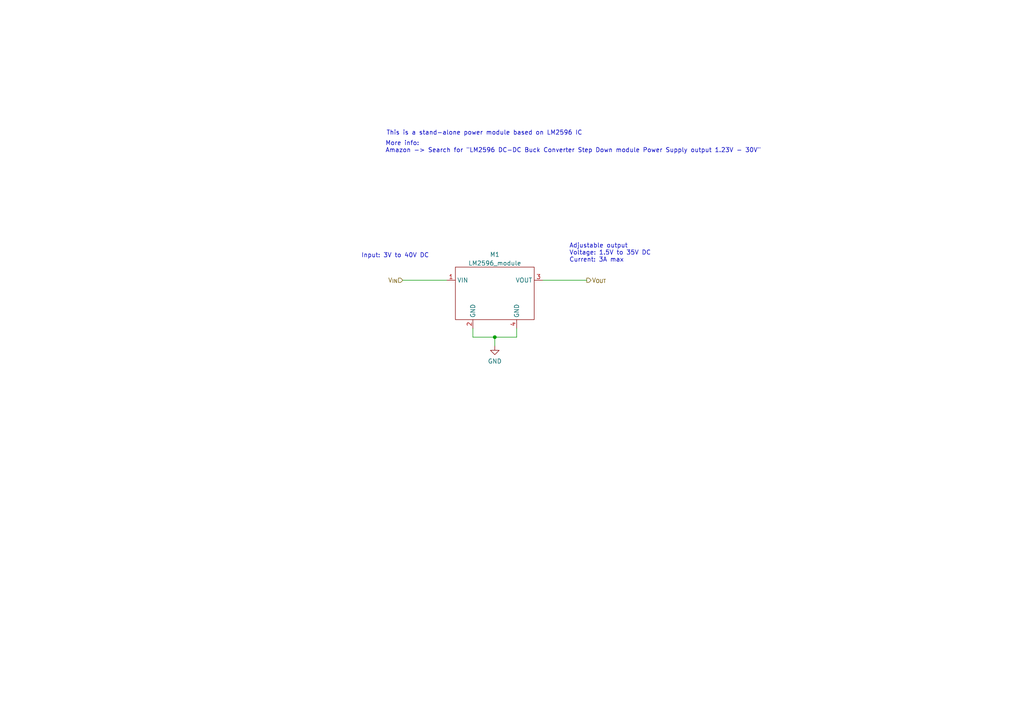
<source format=kicad_sch>
(kicad_sch (version 20211123) (generator eeschema)

  (uuid 30fa3202-e501-4e88-8386-1dfb3e06994c)

  (paper "A4")

  (lib_symbols
    (symbol "power:GND" (power) (pin_names (offset 0)) (in_bom yes) (on_board yes)
      (property "Reference" "#PWR" (id 0) (at 0 -6.35 0)
        (effects (font (size 1.27 1.27)) hide)
      )
      (property "Value" "GND" (id 1) (at 0 -3.81 0)
        (effects (font (size 1.27 1.27)))
      )
      (property "Footprint" "" (id 2) (at 0 0 0)
        (effects (font (size 1.27 1.27)) hide)
      )
      (property "Datasheet" "" (id 3) (at 0 0 0)
        (effects (font (size 1.27 1.27)) hide)
      )
      (property "ki_keywords" "power-flag" (id 4) (at 0 0 0)
        (effects (font (size 1.27 1.27)) hide)
      )
      (property "ki_description" "Power symbol creates a global label with name \"GND\" , ground" (id 5) (at 0 0 0)
        (effects (font (size 1.27 1.27)) hide)
      )
      (symbol "GND_0_1"
        (polyline
          (pts
            (xy 0 0)
            (xy 0 -1.27)
            (xy 1.27 -1.27)
            (xy 0 -2.54)
            (xy -1.27 -1.27)
            (xy 0 -1.27)
          )
          (stroke (width 0) (type default) (color 0 0 0 0))
          (fill (type none))
        )
      )
      (symbol "GND_1_1"
        (pin power_in line (at 0 0 270) (length 0) hide
          (name "GND" (effects (font (size 1.27 1.27))))
          (number "1" (effects (font (size 1.27 1.27))))
        )
      )
    )
    (symbol "ym_Modules:LM2596_module" (in_bom yes) (on_board yes)
      (property "Reference" "M" (id 0) (at 0 2.54 0)
        (effects (font (size 1.27 1.27)))
      )
      (property "Value" "LM2596_module" (id 1) (at 0 -1.27 0)
        (effects (font (size 1.27 1.27)))
      )
      (property "Footprint" "ym-footprints:LM2596_module" (id 2) (at 0 7.62 0)
        (effects (font (size 1.27 1.27)) hide)
      )
      (property "Datasheet" "https://www.amazon.com/LM2596-Converter-Module-Supply-1-23V-30V/dp/B008BHBEE0/ref=asc_df_B008BHBEE0/?tag=hyprod-20&linkCode=df0&hvadid=385177046298&hvpos=&hvnetw=g&hvrand=5939879446384503759&hvpone=&hvptwo=&hvqmt=&hvdev=c&hvdvcmdl=&hvlocint=&hvlocphy=9033382&hvtargid=pla-829950453748&psc=1&tag=&ref=&adgrpid=78533818517&hvpone=&hvptwo=&hvadid=385177046298&hvpos=&hvnetw=g&hvrand=5939879446384503759&hvqmt=&hvdev=c&hvdvcmdl=&hvlocint=&hvlocphy=9033382&hvtargid=pla-829950453748" (id 3) (at 93.98 15.24 0)
        (effects (font (size 1.27 1.27)) hide)
      )
      (property "ki_keywords" "LM2596 DC-DC Buck Converter, Output 1.23V - 30V, Module" (id 4) (at 0 0 0)
        (effects (font (size 1.27 1.27)) hide)
      )
      (property "ki_description" "Step Down Power Supply Module" (id 5) (at 0 0 0)
        (effects (font (size 1.27 1.27)) hide)
      )
      (symbol "LM2596_module_0_1"
        (rectangle (start -11.43 6.35) (end 11.43 -8.89)
          (stroke (width 0.1524) (type default) (color 0 0 0 0))
          (fill (type none))
        )
      )
      (symbol "LM2596_module_1_1"
        (pin power_in line (at -13.97 2.54 0) (length 2.54)
          (name "VIN" (effects (font (size 1.27 1.27))))
          (number "1" (effects (font (size 1.27 1.27))))
        )
        (pin power_in line (at -6.35 -11.43 90) (length 2.54)
          (name "GND" (effects (font (size 1.27 1.27))))
          (number "2" (effects (font (size 1.27 1.27))))
        )
        (pin power_out line (at 13.97 2.54 180) (length 2.54)
          (name "VOUT" (effects (font (size 1.27 1.27))))
          (number "3" (effects (font (size 1.27 1.27))))
        )
        (pin power_in line (at 6.35 -11.43 90) (length 2.54)
          (name "GND" (effects (font (size 1.27 1.27))))
          (number "4" (effects (font (size 1.27 1.27))))
        )
      )
    )
  )

  (junction (at 143.51 97.79) (diameter 0) (color 0 0 0 0)
    (uuid 930122be-6120-4af8-bc10-dcda168ada67)
  )

  (wire (pts (xy 116.84 81.28) (xy 129.54 81.28))
    (stroke (width 0) (type default) (color 0 0 0 0))
    (uuid 04cda2fa-1342-4968-9a9c-01131b4a4490)
  )
  (wire (pts (xy 143.51 97.79) (xy 149.86 97.79))
    (stroke (width 0) (type default) (color 0 0 0 0))
    (uuid 0e0beca0-4d8e-407f-bf6f-376d14017b2b)
  )
  (wire (pts (xy 137.16 97.79) (xy 143.51 97.79))
    (stroke (width 0) (type default) (color 0 0 0 0))
    (uuid 4d0b08ad-a482-4e32-bef7-8ad7c30f2b20)
  )
  (wire (pts (xy 143.51 97.79) (xy 143.51 100.33))
    (stroke (width 0) (type default) (color 0 0 0 0))
    (uuid 65edeb48-5d2f-4cf9-80be-a943fa29a64a)
  )
  (wire (pts (xy 149.86 97.79) (xy 149.86 95.25))
    (stroke (width 0) (type default) (color 0 0 0 0))
    (uuid a4176a4a-3346-406e-846b-4d20d530b718)
  )
  (wire (pts (xy 157.48 81.28) (xy 170.18 81.28))
    (stroke (width 0) (type default) (color 0 0 0 0))
    (uuid b01202f9-2aea-41b8-9554-fdeef462cf14)
  )
  (wire (pts (xy 137.16 95.25) (xy 137.16 97.79))
    (stroke (width 0) (type default) (color 0 0 0 0))
    (uuid ede0822d-c0b1-4c0e-87db-40da7fcd9d7e)
  )

  (text "Adjustable output\nVoltage: 1.5V to 35V DC\nCurrent: 3A max"
    (at 165.1 76.2 0)
    (effects (font (size 1.27 1.27)) (justify left bottom))
    (uuid 040af925-9cea-4229-bd75-b2a23ba203f1)
  )
  (text "Input: 3V to 40V DC" (at 124.46 74.93 180)
    (effects (font (size 1.27 1.27)) (justify right bottom))
    (uuid 1a8ec191-22cc-4a33-8d69-0e47bfd63796)
  )
  (text "This is a stand-alone power module based on LM2596 IC"
    (at 168.91 39.37 0)
    (effects (font (size 1.27 1.27)) (justify right bottom))
    (uuid 28d1a26d-db99-4031-a13a-2b1998375dd3)
  )
  (text "More info:\nAmazon -> Search for \"LM2596 DC-DC Buck Converter Step Down module Power Supply output 1.23V - 30V\""
    (at 111.76 44.45 0)
    (effects (font (size 1.27 1.27)) (justify left bottom))
    (uuid 839c58f5-121e-49a1-a31c-aa4507a184a3)
  )

  (hierarchical_label "V_{OUT}" (shape output) (at 170.18 81.28 0)
    (effects (font (size 1.27 1.27)) (justify left))
    (uuid 67279023-8df1-4c58-a4c0-87dc1550145a)
  )
  (hierarchical_label "V_{IN}" (shape input) (at 116.84 81.28 180)
    (effects (font (size 1.27 1.27)) (justify right))
    (uuid d19b0bd8-0f32-4824-880f-da2115d616b5)
  )

  (symbol (lib_id "ym_Modules:LM2596_module") (at 143.51 83.82 0) (unit 1)
    (in_bom yes) (on_board yes) (fields_autoplaced)
    (uuid 272474ab-b1f3-45da-89c8-cec3d966f501)
    (property "Reference" "M1" (id 0) (at 143.51 73.821 0))
    (property "Value" "LM2596_module" (id 1) (at 143.51 76.3579 0))
    (property "Footprint" "ym-footprints:LM2596_module" (id 2) (at 143.51 76.2 0)
      (effects (font (size 1.27 1.27)) hide)
    )
    (property "Datasheet" "https://www.amazon.com/LM2596-Converter-Module-Supply-1-23V-30V/dp/B008BHBEE0/ref=asc_df_B008BHBEE0/?tag=hyprod-20&linkCode=df0&hvadid=385177046298&hvpos=&hvnetw=g&hvrand=5939879446384503759&hvpone=&hvptwo=&hvqmt=&hvdev=c&hvdvcmdl=&hvlocint=&hvlocphy=9033382&hvtargid=pla-829950453748&psc=1&tag=&ref=&adgrpid=78533818517&hvpone=&hvptwo=&hvadid=385177046298&hvpos=&hvnetw=g&hvrand=5939879446384503759&hvqmt=&hvdev=c&hvdvcmdl=&hvlocint=&hvlocphy=9033382&hvtargid=pla-829950453748" (id 3) (at 237.49 68.58 0)
      (effects (font (size 1.27 1.27)) hide)
    )
    (pin "1" (uuid 2c157d24-e122-428b-b3e1-ddf621963763))
    (pin "2" (uuid d1e76d1f-9efb-4dcf-b3f1-44f08b940bdc))
    (pin "3" (uuid ac304823-7cd3-42e5-94d7-ee4e5e99b98f))
    (pin "4" (uuid 59c09f3b-6a9e-4ca7-a7f9-329a9542bed9))
  )

  (symbol (lib_id "power:GND") (at 143.51 100.33 0) (unit 1)
    (in_bom yes) (on_board yes) (fields_autoplaced)
    (uuid 990c7873-88ed-49f6-a356-b7543e2883b0)
    (property "Reference" "#PWR01" (id 0) (at 143.51 106.68 0)
      (effects (font (size 1.27 1.27)) hide)
    )
    (property "Value" "GND" (id 1) (at 143.51 104.7734 0))
    (property "Footprint" "" (id 2) (at 143.51 100.33 0)
      (effects (font (size 1.27 1.27)) hide)
    )
    (property "Datasheet" "" (id 3) (at 143.51 100.33 0)
      (effects (font (size 1.27 1.27)) hide)
    )
    (pin "1" (uuid cfd76380-4df7-4071-ad0f-666b9866c00f))
  )
)

</source>
